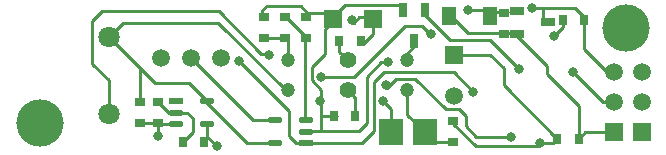
<source format=gtl>
%FSTAX24Y24*%
%MOIN*%
G70*
G01*
G75*
G04 Layer_Physical_Order=1*
G04 Layer_Color=255*
%ADD10O,0.0472X0.0217*%
%ADD11R,0.0472X0.0217*%
%ADD12R,0.0374X0.0315*%
%ADD13R,0.0630X0.0630*%
%ADD14R,0.0256X0.0472*%
%ADD15R,0.0472X0.0256*%
%ADD16R,0.0315X0.0374*%
%ADD17R,0.0492X0.0630*%
%ADD18R,0.0807X0.0886*%
G04:AMPARAMS|DCode=19|XSize=21.7mil|YSize=47.2mil|CornerRadius=0mil|HoleSize=0mil|Usage=FLASHONLY|Rotation=90.000|XOffset=0mil|YOffset=0mil|HoleType=Round|Shape=Octagon|*
%AMOCTAGOND19*
4,1,8,-0.0236,-0.0054,-0.0236,0.0054,-0.0182,0.0108,0.0182,0.0108,0.0236,0.0054,0.0236,-0.0054,0.0182,-0.0108,-0.0182,-0.0108,-0.0236,-0.0054,0.0*
%
%ADD19OCTAGOND19*%

%ADD20C,0.0100*%
%ADD21C,0.0709*%
%ADD22C,0.1575*%
%ADD23C,0.0591*%
%ADD24C,0.0472*%
%ADD25C,0.0551*%
%ADD26R,0.0591X0.0591*%
%ADD27C,0.0320*%
D10*
X23781Y141712D02*
D03*
Y14246D02*
D03*
X238844Y142086D02*
D03*
Y14246D02*
D03*
D11*
Y141712D02*
D03*
X234535Y14309D02*
D03*
D12*
X23745Y145196D02*
D03*
Y145904D02*
D03*
X23815Y145196D02*
D03*
Y145904D02*
D03*
X23885Y145196D02*
D03*
Y145904D02*
D03*
X243774Y14245D02*
D03*
Y141741D02*
D03*
X245465Y146034D02*
D03*
Y145326D02*
D03*
X233931Y142362D02*
D03*
Y143071D02*
D03*
X233322Y143071D02*
D03*
Y142362D02*
D03*
D13*
X241087Y145847D02*
D03*
X239749D02*
D03*
D14*
X242456Y145087D02*
D03*
X24283Y146132D02*
D03*
X242082D02*
D03*
D15*
X246928Y145726D02*
D03*
X245884Y1461D02*
D03*
Y145352D02*
D03*
D16*
X2405Y142606D02*
D03*
X239792D02*
D03*
X239972Y145096D02*
D03*
X24068D02*
D03*
X248135Y145816D02*
D03*
X247426D02*
D03*
X247948Y14185D02*
D03*
X247239D02*
D03*
X234758Y141732D02*
D03*
X235467D02*
D03*
D17*
X243636Y145944D02*
D03*
X244994D02*
D03*
D18*
X241688Y142056D02*
D03*
X24281D02*
D03*
D19*
X234535Y142342D02*
D03*
Y142716D02*
D03*
X235569Y142342D02*
D03*
Y14309D02*
D03*
D20*
X241373Y144409D02*
X241589D01*
X241117Y142115D02*
Y143724D01*
X240713Y141712D02*
X241117Y142115D01*
X238844Y141712D02*
X240713D01*
X239045Y143788D02*
Y144227D01*
Y143788D02*
X239365Y143468D01*
X239591Y146052D02*
X239749Y145895D01*
X238902Y146052D02*
X239591D01*
X241688Y142056D02*
Y142852D01*
X241427Y143113D02*
X241688Y142852D01*
X238844Y142086D02*
X238864Y142106D01*
X239365D01*
X244538Y141899D02*
X245694D01*
X243774Y142352D02*
Y14245D01*
X241117Y143724D02*
X241463Y14407D01*
X239975Y144731D02*
Y145048D01*
Y144731D02*
X24025Y144456D01*
X237613Y144645D02*
Y144684D01*
X232288Y142676D02*
Y143789D01*
Y145235D02*
X232761Y145708D01*
X24281Y142056D02*
X243125Y141741D01*
X243774D01*
X242229Y142637D02*
X24281Y142056D01*
X242229Y142637D02*
Y143456D01*
X237096Y14246D02*
X23781D01*
X241087Y145344D02*
Y145895D01*
X240792Y145048D02*
X241087Y145344D01*
X240684Y145048D02*
X240792D01*
X240635Y145895D02*
X241087D01*
X247131Y145265D02*
Y145275D01*
X247426Y14557D01*
Y145816D01*
X232761Y145708D02*
X235941D01*
X238193Y143456D01*
X2374Y146D02*
Y146125D01*
X238105Y145915D02*
X238185D01*
X238829Y145271D01*
X24156Y143533D02*
X241869Y143842D01*
X242145Y1456D02*
X242735D01*
X235955Y146092D02*
X237362Y144684D01*
X238829Y142475D02*
Y145271D01*
Y142475D02*
X238844Y14246D01*
X238193Y143456D02*
X238263D01*
X236629Y144438D02*
X2383Y142767D01*
Y14195D02*
Y142767D01*
Y14195D02*
X238538Y141712D01*
X238844D01*
X244267Y146151D02*
X244828D01*
X245034Y145944D01*
X24784Y14621D02*
X248135Y145915D01*
Y145816D02*
Y145915D01*
X24545Y143639D02*
X247239Y14185D01*
X241869Y143842D02*
X242508D01*
X243528Y142822D01*
X243959D01*
X244183Y142598D01*
Y142254D02*
Y142598D01*
Y142254D02*
X244538Y141899D01*
X244537Y141589D02*
X246556D01*
X243774Y142352D02*
X244537Y141589D01*
X246556D02*
X246669Y141702D01*
X242735Y1456D02*
X24296Y145376D01*
X243086Y145294D02*
X243086D01*
X243099Y145308D02*
Y14531D01*
X240457Y145718D02*
X240635Y145895D01*
X240408Y145767D02*
X240457Y145718D01*
X240369Y145767D02*
X240408D01*
X241536Y143557D02*
X24156Y143533D01*
X241536Y143557D02*
Y143646D01*
X244436Y143356D02*
Y143416D01*
X239316Y142971D02*
X239365Y142922D01*
X239316Y142971D02*
Y143106D01*
X244993Y144645D02*
X24545Y144188D01*
X2438Y144645D02*
X244993D01*
X24545Y143639D02*
Y144188D01*
X245002Y145137D02*
X245954Y144186D01*
X245034Y145944D02*
X245156Y146066D01*
X239365Y142106D02*
X240616D01*
X240876Y142366D01*
Y143912D01*
X241373Y144409D01*
X240506Y142686D02*
Y1432D01*
X24025Y143456D02*
X240506Y1432D01*
X239045Y144227D02*
X239486Y144667D01*
X238263Y144456D02*
Y1452D01*
X237491D02*
X238263D01*
X242229Y144456D02*
Y144686D01*
X242475Y144932D01*
Y144989D01*
X243676Y145944D02*
X244264Y145356D01*
X246896Y143994D02*
Y144266D01*
X241463Y14407D02*
X243782D01*
X244436Y143416D01*
X239749Y145895D02*
X240166Y146312D01*
X2374Y146125D02*
X237551Y146276D01*
X238679D01*
X238902Y146052D01*
X246669Y141702D02*
X247091D01*
X247239Y14185D01*
X240166Y146312D02*
X24199D01*
X242082Y14622D01*
X239365Y142106D02*
Y142627D01*
Y142922D01*
Y142627D02*
X239376Y142616D01*
X242082Y146122D02*
Y146132D01*
Y14622D01*
X235036Y14452D02*
X237096Y14246D01*
X239486Y145494D02*
X239749Y145757D01*
X239486Y144667D02*
Y145494D01*
X246732Y14621D02*
X246758Y146183D01*
X246732Y14621D02*
X24784D01*
X245156Y146066D02*
X245586D01*
X231727Y14435D02*
X232288Y143789D01*
X232059Y146092D02*
X235955D01*
X231727Y14435D02*
Y14576D01*
X232059Y146092D01*
X243086Y145294D02*
X243099Y145308D01*
X246896Y143994D02*
X247948Y142942D01*
X24283Y145976D02*
Y146122D01*
Y145976D02*
X243668Y145137D01*
X245002D01*
X24641Y14621D02*
X246732D01*
X246406Y146206D02*
X24641Y14621D01*
X248135Y144829D02*
Y145816D01*
Y144829D02*
X248887Y144077D01*
X247761Y144064D02*
X248747Y143077D01*
X247948Y14185D02*
X248175Y142077D01*
X239355Y143917D02*
X240461D01*
X242145Y1456D01*
X236886Y141712D02*
X23781D01*
X235569Y14309D02*
X235589Y14311D01*
X234286Y142716D02*
X234535D01*
X233931Y143071D02*
X234286Y142716D01*
X233951Y142342D02*
X234535D01*
X233931Y142362D02*
X233951Y142342D01*
X234535Y142716D02*
X234897D01*
X235094Y14252D01*
X234758Y141732D02*
X235094Y142068D01*
Y14252D01*
X235467Y141732D02*
X235569Y141835D01*
X233322Y142362D02*
X233931D01*
X233322Y142362D02*
X233322Y142362D01*
X233322Y143071D02*
Y144202D01*
X232288Y145235D02*
X233322Y144202D01*
X233823Y143701D01*
X234959D02*
X235569Y14309D01*
X233823Y143701D02*
X234959D01*
X235487Y14311D02*
X236886Y141712D01*
X233931Y141948D02*
Y142362D01*
X233913Y141929D02*
X233931Y141948D01*
X237362Y144684D02*
X237613D01*
X243034Y145376D02*
X243099Y14531D01*
X24296Y145376D02*
X243034D01*
X235569Y141899D02*
Y142342D01*
Y141835D02*
Y141899D01*
X248887Y144077D02*
X249139D01*
X24636Y14621D02*
X24641D01*
X246758Y145676D02*
Y146183D01*
X248747Y143077D02*
X249139D01*
X248175Y142077D02*
X249139D01*
X245806Y145356D02*
X246896Y144266D01*
X244264Y145356D02*
X245806D01*
X247948Y14185D02*
Y142942D01*
X235569Y141899D02*
X235881Y141587D01*
X239365Y142922D02*
Y143468D01*
X239376Y142616D02*
X239887D01*
D21*
X232288Y145235D02*
D03*
Y142676D02*
D03*
D22*
X229976Y142381D02*
D03*
X249532Y145531D02*
D03*
D23*
X236031Y14452D02*
D03*
X234041D02*
D03*
X235036D02*
D03*
X2438Y143267D02*
D03*
X250054Y144078D02*
D03*
Y143078D02*
D03*
X249139Y143077D02*
D03*
Y144077D02*
D03*
D24*
X238263Y143456D02*
D03*
Y144456D02*
D03*
X242229Y143456D02*
D03*
Y144456D02*
D03*
D25*
X24025Y144456D02*
D03*
Y143456D02*
D03*
D26*
X2438Y144645D02*
D03*
X250054Y142078D02*
D03*
X249139Y142077D02*
D03*
D27*
X241589Y144409D02*
D03*
X244267Y146151D02*
D03*
X241427Y143113D02*
D03*
X245694Y141899D02*
D03*
X237613Y144645D02*
D03*
X239355Y143917D02*
D03*
X236629Y144438D02*
D03*
X246669Y141702D02*
D03*
X247131Y145265D02*
D03*
X243016Y145334D02*
D03*
X240409Y145797D02*
D03*
X241536Y143646D02*
D03*
X244436Y143416D02*
D03*
X239316Y143106D02*
D03*
X245954Y144166D02*
D03*
X246406Y146206D02*
D03*
X247761Y144064D02*
D03*
X233913Y141929D02*
D03*
X235881Y141587D02*
D03*
M02*

</source>
